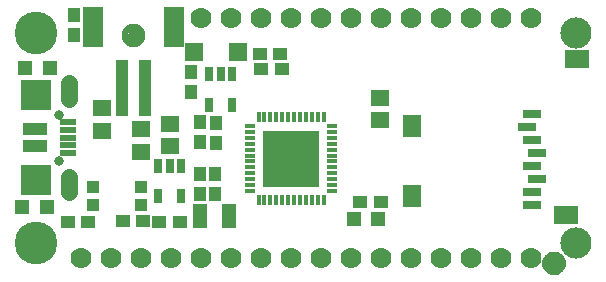
<source format=gbr>
G04 EAGLE Gerber RS-274X export*
G75*
%MOMM*%
%FSLAX34Y34*%
%LPD*%
%INSoldermask Top*%
%IPPOS*%
%AMOC8*
5,1,8,0,0,1.08239X$1,22.5*%
G01*
%ADD10C,2.641600*%
%ADD11R,1.601600X1.401600*%
%ADD12R,1.101600X1.201600*%
%ADD13R,1.301600X1.301600*%
%ADD14R,1.201600X1.101600*%
%ADD15C,1.101600*%
%ADD16C,0.500000*%
%ADD17R,1.101600X1.101600*%
%ADD18C,3.617600*%
%ADD19C,0.801600*%
%ADD20R,2.601600X2.601600*%
%ADD21C,1.409600*%
%ADD22R,2.101600X1.101600*%
%ADD23R,1.450000X0.500000*%
%ADD24R,0.651600X1.301600*%
%ADD25R,1.501600X1.501600*%
%ADD26C,1.778000*%
%ADD27R,1.101600X4.701600*%
%ADD28R,1.701600X3.501600*%
%ADD29R,0.351600X0.851600*%
%ADD30R,0.851600X0.351600*%
%ADD31R,4.801600X4.801600*%
%ADD32R,1.201600X2.001600*%
%ADD33R,2.001600X1.501600*%
%ADD34R,1.501600X1.901600*%
%ADD35R,1.601600X0.801600*%


D10*
X482600Y203200D03*
X482600Y25400D03*
D11*
X80880Y120090D03*
X80880Y139090D03*
D12*
X164000Y110120D03*
X164000Y127120D03*
D11*
X138580Y125740D03*
X138580Y106740D03*
D13*
X15950Y173590D03*
X36950Y173590D03*
D14*
X98688Y43446D03*
X115688Y43446D03*
D12*
X57150Y218050D03*
X57150Y201050D03*
D15*
X107950Y200660D03*
D16*
X115450Y200660D02*
X115448Y200841D01*
X115441Y201022D01*
X115430Y201203D01*
X115415Y201384D01*
X115395Y201564D01*
X115371Y201744D01*
X115343Y201923D01*
X115310Y202101D01*
X115273Y202278D01*
X115232Y202455D01*
X115187Y202630D01*
X115137Y202805D01*
X115083Y202978D01*
X115025Y203149D01*
X114963Y203320D01*
X114896Y203488D01*
X114826Y203655D01*
X114752Y203821D01*
X114673Y203984D01*
X114591Y204145D01*
X114505Y204305D01*
X114415Y204462D01*
X114321Y204617D01*
X114224Y204770D01*
X114122Y204920D01*
X114018Y205068D01*
X113909Y205214D01*
X113798Y205356D01*
X113682Y205496D01*
X113564Y205633D01*
X113442Y205768D01*
X113317Y205899D01*
X113189Y206027D01*
X113058Y206152D01*
X112923Y206274D01*
X112786Y206392D01*
X112646Y206508D01*
X112504Y206619D01*
X112358Y206728D01*
X112210Y206832D01*
X112060Y206934D01*
X111907Y207031D01*
X111752Y207125D01*
X111595Y207215D01*
X111435Y207301D01*
X111274Y207383D01*
X111111Y207462D01*
X110945Y207536D01*
X110778Y207606D01*
X110610Y207673D01*
X110439Y207735D01*
X110268Y207793D01*
X110095Y207847D01*
X109920Y207897D01*
X109745Y207942D01*
X109568Y207983D01*
X109391Y208020D01*
X109213Y208053D01*
X109034Y208081D01*
X108854Y208105D01*
X108674Y208125D01*
X108493Y208140D01*
X108312Y208151D01*
X108131Y208158D01*
X107950Y208160D01*
X115450Y200660D02*
X115448Y200479D01*
X115441Y200298D01*
X115430Y200117D01*
X115415Y199936D01*
X115395Y199756D01*
X115371Y199576D01*
X115343Y199397D01*
X115310Y199219D01*
X115273Y199042D01*
X115232Y198865D01*
X115187Y198690D01*
X115137Y198515D01*
X115083Y198342D01*
X115025Y198171D01*
X114963Y198000D01*
X114896Y197832D01*
X114826Y197665D01*
X114752Y197499D01*
X114673Y197336D01*
X114591Y197175D01*
X114505Y197015D01*
X114415Y196858D01*
X114321Y196703D01*
X114224Y196550D01*
X114122Y196400D01*
X114018Y196252D01*
X113909Y196106D01*
X113798Y195964D01*
X113682Y195824D01*
X113564Y195687D01*
X113442Y195552D01*
X113317Y195421D01*
X113189Y195293D01*
X113058Y195168D01*
X112923Y195046D01*
X112786Y194928D01*
X112646Y194812D01*
X112504Y194701D01*
X112358Y194592D01*
X112210Y194488D01*
X112060Y194386D01*
X111907Y194289D01*
X111752Y194195D01*
X111595Y194105D01*
X111435Y194019D01*
X111274Y193937D01*
X111111Y193858D01*
X110945Y193784D01*
X110778Y193714D01*
X110610Y193647D01*
X110439Y193585D01*
X110268Y193527D01*
X110095Y193473D01*
X109920Y193423D01*
X109745Y193378D01*
X109568Y193337D01*
X109391Y193300D01*
X109213Y193267D01*
X109034Y193239D01*
X108854Y193215D01*
X108674Y193195D01*
X108493Y193180D01*
X108312Y193169D01*
X108131Y193162D01*
X107950Y193160D01*
X107769Y193162D01*
X107588Y193169D01*
X107407Y193180D01*
X107226Y193195D01*
X107046Y193215D01*
X106866Y193239D01*
X106687Y193267D01*
X106509Y193300D01*
X106332Y193337D01*
X106155Y193378D01*
X105980Y193423D01*
X105805Y193473D01*
X105632Y193527D01*
X105461Y193585D01*
X105290Y193647D01*
X105122Y193714D01*
X104955Y193784D01*
X104789Y193858D01*
X104626Y193937D01*
X104465Y194019D01*
X104305Y194105D01*
X104148Y194195D01*
X103993Y194289D01*
X103840Y194386D01*
X103690Y194488D01*
X103542Y194592D01*
X103396Y194701D01*
X103254Y194812D01*
X103114Y194928D01*
X102977Y195046D01*
X102842Y195168D01*
X102711Y195293D01*
X102583Y195421D01*
X102458Y195552D01*
X102336Y195687D01*
X102218Y195824D01*
X102102Y195964D01*
X101991Y196106D01*
X101882Y196252D01*
X101778Y196400D01*
X101676Y196550D01*
X101579Y196703D01*
X101485Y196858D01*
X101395Y197015D01*
X101309Y197175D01*
X101227Y197336D01*
X101148Y197499D01*
X101074Y197665D01*
X101004Y197832D01*
X100937Y198000D01*
X100875Y198171D01*
X100817Y198342D01*
X100763Y198515D01*
X100713Y198690D01*
X100668Y198865D01*
X100627Y199042D01*
X100590Y199219D01*
X100557Y199397D01*
X100529Y199576D01*
X100505Y199756D01*
X100485Y199936D01*
X100470Y200117D01*
X100459Y200298D01*
X100452Y200479D01*
X100450Y200660D01*
X100452Y200841D01*
X100459Y201022D01*
X100470Y201203D01*
X100485Y201384D01*
X100505Y201564D01*
X100529Y201744D01*
X100557Y201923D01*
X100590Y202101D01*
X100627Y202278D01*
X100668Y202455D01*
X100713Y202630D01*
X100763Y202805D01*
X100817Y202978D01*
X100875Y203149D01*
X100937Y203320D01*
X101004Y203488D01*
X101074Y203655D01*
X101148Y203821D01*
X101227Y203984D01*
X101309Y204145D01*
X101395Y204305D01*
X101485Y204462D01*
X101579Y204617D01*
X101676Y204770D01*
X101778Y204920D01*
X101882Y205068D01*
X101991Y205214D01*
X102102Y205356D01*
X102218Y205496D01*
X102336Y205633D01*
X102458Y205768D01*
X102583Y205899D01*
X102711Y206027D01*
X102842Y206152D01*
X102977Y206274D01*
X103114Y206392D01*
X103254Y206508D01*
X103396Y206619D01*
X103542Y206728D01*
X103690Y206832D01*
X103840Y206934D01*
X103993Y207031D01*
X104148Y207125D01*
X104305Y207215D01*
X104465Y207301D01*
X104626Y207383D01*
X104789Y207462D01*
X104955Y207536D01*
X105122Y207606D01*
X105290Y207673D01*
X105461Y207735D01*
X105632Y207793D01*
X105805Y207847D01*
X105980Y207897D01*
X106155Y207942D01*
X106332Y207983D01*
X106509Y208020D01*
X106687Y208053D01*
X106866Y208081D01*
X107046Y208105D01*
X107226Y208125D01*
X107407Y208140D01*
X107588Y208151D01*
X107769Y208158D01*
X107950Y208160D01*
D15*
X464022Y7690D03*
D16*
X471522Y7690D02*
X471520Y7871D01*
X471513Y8052D01*
X471502Y8233D01*
X471487Y8414D01*
X471467Y8594D01*
X471443Y8774D01*
X471415Y8953D01*
X471382Y9131D01*
X471345Y9308D01*
X471304Y9485D01*
X471259Y9660D01*
X471209Y9835D01*
X471155Y10008D01*
X471097Y10179D01*
X471035Y10350D01*
X470968Y10518D01*
X470898Y10685D01*
X470824Y10851D01*
X470745Y11014D01*
X470663Y11175D01*
X470577Y11335D01*
X470487Y11492D01*
X470393Y11647D01*
X470296Y11800D01*
X470194Y11950D01*
X470090Y12098D01*
X469981Y12244D01*
X469870Y12386D01*
X469754Y12526D01*
X469636Y12663D01*
X469514Y12798D01*
X469389Y12929D01*
X469261Y13057D01*
X469130Y13182D01*
X468995Y13304D01*
X468858Y13422D01*
X468718Y13538D01*
X468576Y13649D01*
X468430Y13758D01*
X468282Y13862D01*
X468132Y13964D01*
X467979Y14061D01*
X467824Y14155D01*
X467667Y14245D01*
X467507Y14331D01*
X467346Y14413D01*
X467183Y14492D01*
X467017Y14566D01*
X466850Y14636D01*
X466682Y14703D01*
X466511Y14765D01*
X466340Y14823D01*
X466167Y14877D01*
X465992Y14927D01*
X465817Y14972D01*
X465640Y15013D01*
X465463Y15050D01*
X465285Y15083D01*
X465106Y15111D01*
X464926Y15135D01*
X464746Y15155D01*
X464565Y15170D01*
X464384Y15181D01*
X464203Y15188D01*
X464022Y15190D01*
X471522Y7690D02*
X471520Y7509D01*
X471513Y7328D01*
X471502Y7147D01*
X471487Y6966D01*
X471467Y6786D01*
X471443Y6606D01*
X471415Y6427D01*
X471382Y6249D01*
X471345Y6072D01*
X471304Y5895D01*
X471259Y5720D01*
X471209Y5545D01*
X471155Y5372D01*
X471097Y5201D01*
X471035Y5030D01*
X470968Y4862D01*
X470898Y4695D01*
X470824Y4529D01*
X470745Y4366D01*
X470663Y4205D01*
X470577Y4045D01*
X470487Y3888D01*
X470393Y3733D01*
X470296Y3580D01*
X470194Y3430D01*
X470090Y3282D01*
X469981Y3136D01*
X469870Y2994D01*
X469754Y2854D01*
X469636Y2717D01*
X469514Y2582D01*
X469389Y2451D01*
X469261Y2323D01*
X469130Y2198D01*
X468995Y2076D01*
X468858Y1958D01*
X468718Y1842D01*
X468576Y1731D01*
X468430Y1622D01*
X468282Y1518D01*
X468132Y1416D01*
X467979Y1319D01*
X467824Y1225D01*
X467667Y1135D01*
X467507Y1049D01*
X467346Y967D01*
X467183Y888D01*
X467017Y814D01*
X466850Y744D01*
X466682Y677D01*
X466511Y615D01*
X466340Y557D01*
X466167Y503D01*
X465992Y453D01*
X465817Y408D01*
X465640Y367D01*
X465463Y330D01*
X465285Y297D01*
X465106Y269D01*
X464926Y245D01*
X464746Y225D01*
X464565Y210D01*
X464384Y199D01*
X464203Y192D01*
X464022Y190D01*
X463841Y192D01*
X463660Y199D01*
X463479Y210D01*
X463298Y225D01*
X463118Y245D01*
X462938Y269D01*
X462759Y297D01*
X462581Y330D01*
X462404Y367D01*
X462227Y408D01*
X462052Y453D01*
X461877Y503D01*
X461704Y557D01*
X461533Y615D01*
X461362Y677D01*
X461194Y744D01*
X461027Y814D01*
X460861Y888D01*
X460698Y967D01*
X460537Y1049D01*
X460377Y1135D01*
X460220Y1225D01*
X460065Y1319D01*
X459912Y1416D01*
X459762Y1518D01*
X459614Y1622D01*
X459468Y1731D01*
X459326Y1842D01*
X459186Y1958D01*
X459049Y2076D01*
X458914Y2198D01*
X458783Y2323D01*
X458655Y2451D01*
X458530Y2582D01*
X458408Y2717D01*
X458290Y2854D01*
X458174Y2994D01*
X458063Y3136D01*
X457954Y3282D01*
X457850Y3430D01*
X457748Y3580D01*
X457651Y3733D01*
X457557Y3888D01*
X457467Y4045D01*
X457381Y4205D01*
X457299Y4366D01*
X457220Y4529D01*
X457146Y4695D01*
X457076Y4862D01*
X457009Y5030D01*
X456947Y5201D01*
X456889Y5372D01*
X456835Y5545D01*
X456785Y5720D01*
X456740Y5895D01*
X456699Y6072D01*
X456662Y6249D01*
X456629Y6427D01*
X456601Y6606D01*
X456577Y6786D01*
X456557Y6966D01*
X456542Y7147D01*
X456531Y7328D01*
X456524Y7509D01*
X456522Y7690D01*
X456524Y7871D01*
X456531Y8052D01*
X456542Y8233D01*
X456557Y8414D01*
X456577Y8594D01*
X456601Y8774D01*
X456629Y8953D01*
X456662Y9131D01*
X456699Y9308D01*
X456740Y9485D01*
X456785Y9660D01*
X456835Y9835D01*
X456889Y10008D01*
X456947Y10179D01*
X457009Y10350D01*
X457076Y10518D01*
X457146Y10685D01*
X457220Y10851D01*
X457299Y11014D01*
X457381Y11175D01*
X457467Y11335D01*
X457557Y11492D01*
X457651Y11647D01*
X457748Y11800D01*
X457850Y11950D01*
X457954Y12098D01*
X458063Y12244D01*
X458174Y12386D01*
X458290Y12526D01*
X458408Y12663D01*
X458530Y12798D01*
X458655Y12929D01*
X458783Y13057D01*
X458914Y13182D01*
X459049Y13304D01*
X459186Y13422D01*
X459326Y13538D01*
X459468Y13649D01*
X459614Y13758D01*
X459762Y13862D01*
X459912Y13964D01*
X460065Y14061D01*
X460220Y14155D01*
X460377Y14245D01*
X460537Y14331D01*
X460698Y14413D01*
X460861Y14492D01*
X461027Y14566D01*
X461194Y14636D01*
X461362Y14703D01*
X461533Y14765D01*
X461704Y14823D01*
X461877Y14877D01*
X462052Y14927D01*
X462227Y14972D01*
X462404Y15013D01*
X462581Y15050D01*
X462759Y15083D01*
X462938Y15111D01*
X463118Y15135D01*
X463298Y15155D01*
X463479Y15170D01*
X463660Y15181D01*
X463841Y15188D01*
X464022Y15190D01*
D17*
X73980Y56770D03*
X73980Y72770D03*
X113980Y72770D03*
X113980Y56770D03*
D18*
X25400Y203200D03*
X25400Y25400D03*
D19*
X44450Y133800D03*
X44450Y94800D03*
D20*
X25450Y78300D03*
X25450Y150300D03*
D21*
X53450Y147300D02*
X53450Y160380D01*
X53450Y81300D02*
X53450Y68220D01*
D22*
X24450Y121800D03*
X24450Y106800D03*
D23*
X52200Y127300D03*
X52200Y120800D03*
X52200Y114300D03*
X52200Y107800D03*
X52200Y101300D03*
D24*
X191110Y167941D03*
X181610Y167941D03*
X172110Y167941D03*
X172110Y141939D03*
X191110Y141939D03*
D25*
X196300Y186690D03*
X159300Y186690D03*
D26*
X444500Y12700D03*
X419100Y12700D03*
X393700Y12700D03*
X368300Y12700D03*
X342900Y12700D03*
X317500Y12700D03*
X292100Y12700D03*
X266700Y12700D03*
X241300Y12700D03*
X215900Y12700D03*
X190500Y12700D03*
X165100Y12700D03*
X139700Y12700D03*
X114300Y12700D03*
X88900Y12700D03*
X63500Y12700D03*
D27*
X97950Y156040D03*
X117950Y156040D03*
D28*
X73950Y208040D03*
X141950Y208040D03*
D26*
X165100Y215900D03*
X190500Y215900D03*
X215900Y215900D03*
X241300Y215900D03*
X266700Y215900D03*
X292100Y215900D03*
X317500Y215900D03*
X342900Y215900D03*
X368300Y215900D03*
X393700Y215900D03*
X419100Y215900D03*
X444500Y215900D03*
D24*
X147930Y90471D03*
X138430Y90471D03*
X128930Y90471D03*
X128930Y64469D03*
X147930Y64469D03*
D13*
X34630Y55880D03*
X13630Y55880D03*
D14*
X52460Y43180D03*
X69460Y43180D03*
D11*
X114300Y121260D03*
X114300Y102260D03*
D14*
X146930Y43180D03*
X129930Y43180D03*
X215020Y185420D03*
X232020Y185420D03*
X233290Y172720D03*
X216290Y172720D03*
D29*
X213800Y61770D03*
X218800Y61770D03*
X223800Y61770D03*
X228800Y61770D03*
X233800Y61770D03*
X238800Y61770D03*
X243800Y61770D03*
X248800Y61770D03*
X253800Y61770D03*
X258800Y61770D03*
X263800Y61770D03*
D30*
X276050Y69020D03*
X276050Y74020D03*
X276050Y79020D03*
X276050Y84020D03*
X276050Y89020D03*
X276050Y94020D03*
X276050Y99020D03*
X276050Y104020D03*
X276050Y109020D03*
X276050Y114020D03*
X276050Y119020D03*
D29*
X268800Y131270D03*
X263800Y131270D03*
X258800Y131270D03*
X253800Y131270D03*
X248800Y131270D03*
X243800Y131270D03*
X238800Y131270D03*
X233800Y131270D03*
X228800Y131270D03*
X223800Y131270D03*
X218800Y131270D03*
D30*
X206550Y124020D03*
X206550Y119020D03*
X206550Y114020D03*
X206550Y109020D03*
X206550Y104020D03*
X206550Y99020D03*
X206550Y94020D03*
X206550Y89020D03*
X206550Y84020D03*
X206550Y79020D03*
X206550Y74020D03*
D31*
X241300Y96520D03*
D29*
X268800Y61770D03*
D30*
X276050Y124020D03*
D29*
X213800Y131270D03*
D30*
X206550Y69020D03*
D12*
X177800Y109610D03*
X177800Y126610D03*
X176530Y66430D03*
X176530Y83430D03*
X163830Y66430D03*
X163830Y83430D03*
D32*
X188530Y48260D03*
X164530Y48260D03*
D11*
X316230Y147930D03*
X316230Y128930D03*
D12*
X156210Y152790D03*
X156210Y169790D03*
D33*
X474490Y48450D03*
X483490Y180450D03*
D34*
X343490Y64450D03*
X343490Y124450D03*
D35*
X445490Y57450D03*
X445490Y68450D03*
X449490Y79450D03*
X445490Y90450D03*
X449490Y101450D03*
X445490Y112450D03*
X441490Y123450D03*
X445490Y134450D03*
D13*
X315300Y45720D03*
X294300Y45720D03*
D14*
X317110Y59690D03*
X300110Y59690D03*
M02*

</source>
